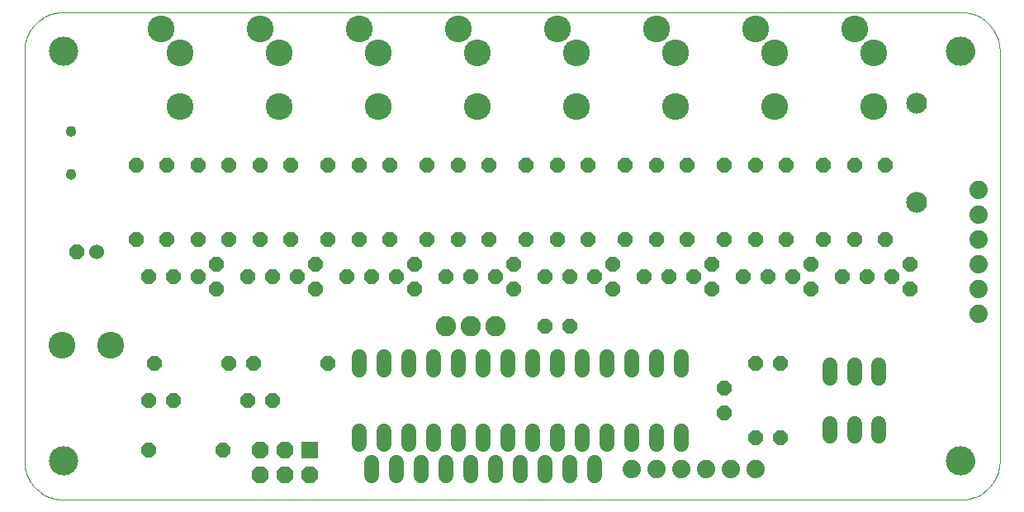
<source format=gbs>
G75*
G70*
%OFA0B0*%
%FSLAX24Y24*%
%IPPOS*%
%LPD*%
%AMOC8*
5,1,8,0,0,1.08239X$1,22.5*
%
%ADD10C,0.0000*%
%ADD11C,0.1084*%
%ADD12OC8,0.0600*%
%ADD13C,0.1182*%
%ADD14C,0.0600*%
%ADD15C,0.0740*%
%ADD16C,0.0434*%
%ADD17C,0.0600*%
%ADD18C,0.1080*%
%ADD19C,0.0820*%
%ADD20C,0.0840*%
%ADD21R,0.0680X0.0680*%
%ADD22OC8,0.0680*%
D10*
X002240Y000665D02*
X038460Y000665D01*
X037909Y002240D02*
X037911Y002287D01*
X037917Y002333D01*
X037927Y002379D01*
X037940Y002424D01*
X037958Y002467D01*
X037979Y002509D01*
X038003Y002549D01*
X038031Y002586D01*
X038062Y002621D01*
X038096Y002654D01*
X038132Y002683D01*
X038171Y002709D01*
X038212Y002732D01*
X038255Y002751D01*
X038299Y002767D01*
X038344Y002779D01*
X038390Y002787D01*
X038437Y002791D01*
X038483Y002791D01*
X038530Y002787D01*
X038576Y002779D01*
X038621Y002767D01*
X038665Y002751D01*
X038708Y002732D01*
X038749Y002709D01*
X038788Y002683D01*
X038824Y002654D01*
X038858Y002621D01*
X038889Y002586D01*
X038917Y002549D01*
X038941Y002509D01*
X038962Y002467D01*
X038980Y002424D01*
X038993Y002379D01*
X039003Y002333D01*
X039009Y002287D01*
X039011Y002240D01*
X039009Y002193D01*
X039003Y002147D01*
X038993Y002101D01*
X038980Y002056D01*
X038962Y002013D01*
X038941Y001971D01*
X038917Y001931D01*
X038889Y001894D01*
X038858Y001859D01*
X038824Y001826D01*
X038788Y001797D01*
X038749Y001771D01*
X038708Y001748D01*
X038665Y001729D01*
X038621Y001713D01*
X038576Y001701D01*
X038530Y001693D01*
X038483Y001689D01*
X038437Y001689D01*
X038390Y001693D01*
X038344Y001701D01*
X038299Y001713D01*
X038255Y001729D01*
X038212Y001748D01*
X038171Y001771D01*
X038132Y001797D01*
X038096Y001826D01*
X038062Y001859D01*
X038031Y001894D01*
X038003Y001931D01*
X037979Y001971D01*
X037958Y002013D01*
X037940Y002056D01*
X037927Y002101D01*
X037917Y002147D01*
X037911Y002193D01*
X037909Y002240D01*
X038460Y000665D02*
X038537Y000667D01*
X038614Y000673D01*
X038691Y000682D01*
X038767Y000695D01*
X038843Y000712D01*
X038917Y000733D01*
X038991Y000757D01*
X039063Y000785D01*
X039133Y000816D01*
X039202Y000851D01*
X039270Y000889D01*
X039335Y000930D01*
X039398Y000975D01*
X039459Y001023D01*
X039518Y001073D01*
X039574Y001126D01*
X039627Y001182D01*
X039677Y001241D01*
X039725Y001302D01*
X039770Y001365D01*
X039811Y001430D01*
X039849Y001498D01*
X039884Y001567D01*
X039915Y001637D01*
X039943Y001709D01*
X039967Y001783D01*
X039988Y001857D01*
X040005Y001933D01*
X040018Y002009D01*
X040027Y002086D01*
X040033Y002163D01*
X040035Y002240D01*
X040035Y018775D01*
X037909Y018775D02*
X037911Y018822D01*
X037917Y018868D01*
X037927Y018914D01*
X037940Y018959D01*
X037958Y019002D01*
X037979Y019044D01*
X038003Y019084D01*
X038031Y019121D01*
X038062Y019156D01*
X038096Y019189D01*
X038132Y019218D01*
X038171Y019244D01*
X038212Y019267D01*
X038255Y019286D01*
X038299Y019302D01*
X038344Y019314D01*
X038390Y019322D01*
X038437Y019326D01*
X038483Y019326D01*
X038530Y019322D01*
X038576Y019314D01*
X038621Y019302D01*
X038665Y019286D01*
X038708Y019267D01*
X038749Y019244D01*
X038788Y019218D01*
X038824Y019189D01*
X038858Y019156D01*
X038889Y019121D01*
X038917Y019084D01*
X038941Y019044D01*
X038962Y019002D01*
X038980Y018959D01*
X038993Y018914D01*
X039003Y018868D01*
X039009Y018822D01*
X039011Y018775D01*
X039009Y018728D01*
X039003Y018682D01*
X038993Y018636D01*
X038980Y018591D01*
X038962Y018548D01*
X038941Y018506D01*
X038917Y018466D01*
X038889Y018429D01*
X038858Y018394D01*
X038824Y018361D01*
X038788Y018332D01*
X038749Y018306D01*
X038708Y018283D01*
X038665Y018264D01*
X038621Y018248D01*
X038576Y018236D01*
X038530Y018228D01*
X038483Y018224D01*
X038437Y018224D01*
X038390Y018228D01*
X038344Y018236D01*
X038299Y018248D01*
X038255Y018264D01*
X038212Y018283D01*
X038171Y018306D01*
X038132Y018332D01*
X038096Y018361D01*
X038062Y018394D01*
X038031Y018429D01*
X038003Y018466D01*
X037979Y018506D01*
X037958Y018548D01*
X037940Y018591D01*
X037927Y018636D01*
X037917Y018682D01*
X037911Y018728D01*
X037909Y018775D01*
X038460Y020350D02*
X038537Y020348D01*
X038614Y020342D01*
X038691Y020333D01*
X038767Y020320D01*
X038843Y020303D01*
X038917Y020282D01*
X038991Y020258D01*
X039063Y020230D01*
X039133Y020199D01*
X039202Y020164D01*
X039270Y020126D01*
X039335Y020085D01*
X039398Y020040D01*
X039459Y019992D01*
X039518Y019942D01*
X039574Y019889D01*
X039627Y019833D01*
X039677Y019774D01*
X039725Y019713D01*
X039770Y019650D01*
X039811Y019585D01*
X039849Y019517D01*
X039884Y019448D01*
X039915Y019378D01*
X039943Y019306D01*
X039967Y019232D01*
X039988Y019158D01*
X040005Y019082D01*
X040018Y019006D01*
X040027Y018929D01*
X040033Y018852D01*
X040035Y018775D01*
X038460Y020350D02*
X002240Y020350D01*
X001689Y018775D02*
X001691Y018822D01*
X001697Y018868D01*
X001707Y018914D01*
X001720Y018959D01*
X001738Y019002D01*
X001759Y019044D01*
X001783Y019084D01*
X001811Y019121D01*
X001842Y019156D01*
X001876Y019189D01*
X001912Y019218D01*
X001951Y019244D01*
X001992Y019267D01*
X002035Y019286D01*
X002079Y019302D01*
X002124Y019314D01*
X002170Y019322D01*
X002217Y019326D01*
X002263Y019326D01*
X002310Y019322D01*
X002356Y019314D01*
X002401Y019302D01*
X002445Y019286D01*
X002488Y019267D01*
X002529Y019244D01*
X002568Y019218D01*
X002604Y019189D01*
X002638Y019156D01*
X002669Y019121D01*
X002697Y019084D01*
X002721Y019044D01*
X002742Y019002D01*
X002760Y018959D01*
X002773Y018914D01*
X002783Y018868D01*
X002789Y018822D01*
X002791Y018775D01*
X002789Y018728D01*
X002783Y018682D01*
X002773Y018636D01*
X002760Y018591D01*
X002742Y018548D01*
X002721Y018506D01*
X002697Y018466D01*
X002669Y018429D01*
X002638Y018394D01*
X002604Y018361D01*
X002568Y018332D01*
X002529Y018306D01*
X002488Y018283D01*
X002445Y018264D01*
X002401Y018248D01*
X002356Y018236D01*
X002310Y018228D01*
X002263Y018224D01*
X002217Y018224D01*
X002170Y018228D01*
X002124Y018236D01*
X002079Y018248D01*
X002035Y018264D01*
X001992Y018283D01*
X001951Y018306D01*
X001912Y018332D01*
X001876Y018361D01*
X001842Y018394D01*
X001811Y018429D01*
X001783Y018466D01*
X001759Y018506D01*
X001738Y018548D01*
X001720Y018591D01*
X001707Y018636D01*
X001697Y018682D01*
X001691Y018728D01*
X001689Y018775D01*
X000665Y018775D02*
X000667Y018852D01*
X000673Y018929D01*
X000682Y019006D01*
X000695Y019082D01*
X000712Y019158D01*
X000733Y019232D01*
X000757Y019306D01*
X000785Y019378D01*
X000816Y019448D01*
X000851Y019517D01*
X000889Y019585D01*
X000930Y019650D01*
X000975Y019713D01*
X001023Y019774D01*
X001073Y019833D01*
X001126Y019889D01*
X001182Y019942D01*
X001241Y019992D01*
X001302Y020040D01*
X001365Y020085D01*
X001430Y020126D01*
X001498Y020164D01*
X001567Y020199D01*
X001637Y020230D01*
X001709Y020258D01*
X001783Y020282D01*
X001857Y020303D01*
X001933Y020320D01*
X002009Y020333D01*
X002086Y020342D01*
X002163Y020348D01*
X002240Y020350D01*
X000665Y018775D02*
X000665Y002240D01*
X001689Y002240D02*
X001691Y002287D01*
X001697Y002333D01*
X001707Y002379D01*
X001720Y002424D01*
X001738Y002467D01*
X001759Y002509D01*
X001783Y002549D01*
X001811Y002586D01*
X001842Y002621D01*
X001876Y002654D01*
X001912Y002683D01*
X001951Y002709D01*
X001992Y002732D01*
X002035Y002751D01*
X002079Y002767D01*
X002124Y002779D01*
X002170Y002787D01*
X002217Y002791D01*
X002263Y002791D01*
X002310Y002787D01*
X002356Y002779D01*
X002401Y002767D01*
X002445Y002751D01*
X002488Y002732D01*
X002529Y002709D01*
X002568Y002683D01*
X002604Y002654D01*
X002638Y002621D01*
X002669Y002586D01*
X002697Y002549D01*
X002721Y002509D01*
X002742Y002467D01*
X002760Y002424D01*
X002773Y002379D01*
X002783Y002333D01*
X002789Y002287D01*
X002791Y002240D01*
X002789Y002193D01*
X002783Y002147D01*
X002773Y002101D01*
X002760Y002056D01*
X002742Y002013D01*
X002721Y001971D01*
X002697Y001931D01*
X002669Y001894D01*
X002638Y001859D01*
X002604Y001826D01*
X002568Y001797D01*
X002529Y001771D01*
X002488Y001748D01*
X002445Y001729D01*
X002401Y001713D01*
X002356Y001701D01*
X002310Y001693D01*
X002263Y001689D01*
X002217Y001689D01*
X002170Y001693D01*
X002124Y001701D01*
X002079Y001713D01*
X002035Y001729D01*
X001992Y001748D01*
X001951Y001771D01*
X001912Y001797D01*
X001876Y001826D01*
X001842Y001859D01*
X001811Y001894D01*
X001783Y001931D01*
X001759Y001971D01*
X001738Y002013D01*
X001720Y002056D01*
X001707Y002101D01*
X001697Y002147D01*
X001691Y002193D01*
X001689Y002240D01*
X000665Y002240D02*
X000667Y002163D01*
X000673Y002086D01*
X000682Y002009D01*
X000695Y001933D01*
X000712Y001857D01*
X000733Y001783D01*
X000757Y001709D01*
X000785Y001637D01*
X000816Y001567D01*
X000851Y001498D01*
X000889Y001430D01*
X000930Y001365D01*
X000975Y001302D01*
X001023Y001241D01*
X001073Y001182D01*
X001126Y001126D01*
X001182Y001073D01*
X001241Y001023D01*
X001302Y000975D01*
X001365Y000930D01*
X001430Y000889D01*
X001498Y000851D01*
X001567Y000816D01*
X001637Y000785D01*
X001709Y000757D01*
X001783Y000733D01*
X001857Y000712D01*
X001933Y000695D01*
X002009Y000682D01*
X002086Y000673D01*
X002163Y000667D01*
X002240Y000665D01*
X002355Y013799D02*
X002357Y013825D01*
X002363Y013851D01*
X002373Y013876D01*
X002386Y013899D01*
X002402Y013919D01*
X002422Y013937D01*
X002444Y013952D01*
X002467Y013964D01*
X002493Y013972D01*
X002519Y013976D01*
X002545Y013976D01*
X002571Y013972D01*
X002597Y013964D01*
X002621Y013952D01*
X002642Y013937D01*
X002662Y013919D01*
X002678Y013899D01*
X002691Y013876D01*
X002701Y013851D01*
X002707Y013825D01*
X002709Y013799D01*
X002707Y013773D01*
X002701Y013747D01*
X002691Y013722D01*
X002678Y013699D01*
X002662Y013679D01*
X002642Y013661D01*
X002620Y013646D01*
X002597Y013634D01*
X002571Y013626D01*
X002545Y013622D01*
X002519Y013622D01*
X002493Y013626D01*
X002467Y013634D01*
X002443Y013646D01*
X002422Y013661D01*
X002402Y013679D01*
X002386Y013699D01*
X002373Y013722D01*
X002363Y013747D01*
X002357Y013773D01*
X002355Y013799D01*
X002355Y015531D02*
X002357Y015557D01*
X002363Y015583D01*
X002373Y015608D01*
X002386Y015631D01*
X002402Y015651D01*
X002422Y015669D01*
X002444Y015684D01*
X002467Y015696D01*
X002493Y015704D01*
X002519Y015708D01*
X002545Y015708D01*
X002571Y015704D01*
X002597Y015696D01*
X002621Y015684D01*
X002642Y015669D01*
X002662Y015651D01*
X002678Y015631D01*
X002691Y015608D01*
X002701Y015583D01*
X002707Y015557D01*
X002709Y015531D01*
X002707Y015505D01*
X002701Y015479D01*
X002691Y015454D01*
X002678Y015431D01*
X002662Y015411D01*
X002642Y015393D01*
X002620Y015378D01*
X002597Y015366D01*
X002571Y015358D01*
X002545Y015354D01*
X002519Y015354D01*
X002493Y015358D01*
X002467Y015366D01*
X002443Y015378D01*
X002422Y015393D01*
X002402Y015411D01*
X002386Y015431D01*
X002373Y015454D01*
X002363Y015479D01*
X002357Y015505D01*
X002355Y015531D01*
D11*
X006953Y016555D03*
X006953Y018720D03*
X006165Y019665D03*
X010165Y019665D03*
X010953Y018720D03*
X014165Y019665D03*
X014953Y018720D03*
X018165Y019665D03*
X018953Y018720D03*
X022165Y019665D03*
X022953Y018720D03*
X026165Y019665D03*
X026953Y018720D03*
X030165Y019665D03*
X030953Y018720D03*
X034165Y019665D03*
X034953Y018720D03*
X034953Y016555D03*
X030953Y016555D03*
X026953Y016555D03*
X022953Y016555D03*
X018953Y016555D03*
X014953Y016555D03*
X010953Y016555D03*
D12*
X011415Y014165D03*
X010165Y014165D03*
X008915Y014165D03*
X007665Y014165D03*
X006415Y014165D03*
X005165Y014165D03*
X005165Y011165D03*
X006415Y011165D03*
X007665Y011165D03*
X008915Y011165D03*
X010165Y011165D03*
X011415Y011165D03*
X012915Y011165D03*
X014165Y011165D03*
X015415Y011165D03*
X016915Y011165D03*
X018165Y011165D03*
X019415Y011165D03*
X020915Y011165D03*
X022165Y011165D03*
X023415Y011165D03*
X024915Y011165D03*
X026165Y011165D03*
X027415Y011165D03*
X028915Y011165D03*
X030165Y011165D03*
X031415Y011165D03*
X032915Y011165D03*
X034165Y011165D03*
X035415Y011165D03*
X036415Y010165D03*
X035665Y009665D03*
X036415Y009165D03*
X034665Y009665D03*
X033665Y009665D03*
X032415Y009165D03*
X031665Y009665D03*
X032415Y010165D03*
X030665Y009665D03*
X029665Y009665D03*
X028415Y009165D03*
X027665Y009665D03*
X028415Y010165D03*
X026665Y009665D03*
X025665Y009665D03*
X024415Y009165D03*
X023665Y009665D03*
X024415Y010165D03*
X022665Y009665D03*
X021665Y009665D03*
X020415Y009165D03*
X019665Y009665D03*
X020415Y010165D03*
X018665Y009665D03*
X017665Y009665D03*
X016415Y009165D03*
X015665Y009665D03*
X016415Y010165D03*
X014665Y009665D03*
X013665Y009665D03*
X012415Y009165D03*
X011665Y009665D03*
X012415Y010165D03*
X010665Y009665D03*
X009665Y009665D03*
X008415Y009165D03*
X007665Y009665D03*
X008415Y010165D03*
X006665Y009665D03*
X005665Y009665D03*
X002765Y010665D03*
X005915Y006165D03*
X005665Y004665D03*
X006665Y004665D03*
X008915Y006165D03*
X009915Y006165D03*
X009665Y004665D03*
X010665Y004665D03*
X012915Y006165D03*
X008665Y002665D03*
X005665Y002665D03*
X021665Y007665D03*
X022665Y007665D03*
X028915Y005165D03*
X028915Y004165D03*
X030165Y003165D03*
X031165Y003165D03*
X031165Y006165D03*
X030165Y006165D03*
X030165Y014165D03*
X028915Y014165D03*
X027415Y014165D03*
X026165Y014165D03*
X024915Y014165D03*
X023415Y014165D03*
X022165Y014165D03*
X020915Y014165D03*
X019415Y014165D03*
X018165Y014165D03*
X016915Y014165D03*
X015415Y014165D03*
X014165Y014165D03*
X012915Y014165D03*
X031415Y014165D03*
X032915Y014165D03*
X034165Y014165D03*
X035415Y014165D03*
D13*
X038460Y018775D03*
X038460Y002240D03*
X002240Y002240D03*
X002240Y018775D03*
D14*
X014165Y006425D02*
X014165Y005905D01*
X015165Y005905D02*
X015165Y006425D01*
X016165Y006425D02*
X016165Y005905D01*
X017165Y005905D02*
X017165Y006425D01*
X018165Y006425D02*
X018165Y005905D01*
X019165Y005905D02*
X019165Y006425D01*
X020165Y006425D02*
X020165Y005905D01*
X021165Y005905D02*
X021165Y006425D01*
X022165Y006425D02*
X022165Y005905D01*
X023165Y005905D02*
X023165Y006425D01*
X024165Y006425D02*
X024165Y005905D01*
X025165Y005905D02*
X025165Y006425D01*
X026165Y006425D02*
X026165Y005905D01*
X027165Y005905D02*
X027165Y006425D01*
X027165Y003425D02*
X027165Y002905D01*
X026165Y002905D02*
X026165Y003425D01*
X025165Y003425D02*
X025165Y002905D01*
X024165Y002905D02*
X024165Y003425D01*
X023165Y003425D02*
X023165Y002905D01*
X022165Y002905D02*
X022165Y003425D01*
X021165Y003425D02*
X021165Y002905D01*
X020165Y002905D02*
X020165Y003425D01*
X019165Y003425D02*
X019165Y002905D01*
X018165Y002905D02*
X018165Y003425D01*
X017165Y003425D02*
X017165Y002905D01*
X016165Y002905D02*
X016165Y003425D01*
X015165Y003425D02*
X015165Y002905D01*
X014165Y002905D02*
X014165Y003425D01*
X014665Y002175D02*
X014665Y001655D01*
X015665Y001655D02*
X015665Y002175D01*
X016665Y002175D02*
X016665Y001655D01*
X017665Y001655D02*
X017665Y002175D01*
X018665Y002175D02*
X018665Y001655D01*
X019665Y001655D02*
X019665Y002175D01*
X020665Y002175D02*
X020665Y001655D01*
X021665Y001655D02*
X021665Y002175D01*
X022665Y002175D02*
X022665Y001655D01*
X023665Y001655D02*
X023665Y002175D01*
X033185Y003225D02*
X033185Y003745D01*
X034165Y003745D02*
X034165Y003225D01*
X035145Y003225D02*
X035145Y003745D01*
X035145Y005585D02*
X035145Y006105D01*
X034165Y006105D02*
X034165Y005585D01*
X033185Y005585D02*
X033185Y006105D01*
D15*
X039165Y008165D03*
X039165Y009165D03*
X039165Y010165D03*
X039165Y011165D03*
X039165Y012165D03*
X039165Y013165D03*
X030165Y001915D03*
X029165Y001915D03*
X028165Y001915D03*
X027165Y001915D03*
X026165Y001915D03*
X025165Y001915D03*
D16*
X002532Y013799D03*
X002532Y015531D03*
D17*
X003565Y010665D03*
D18*
X004149Y006915D03*
X002181Y006915D03*
D19*
X017665Y007665D03*
X018665Y007665D03*
X019665Y007665D03*
D20*
X036665Y012665D03*
X036665Y016665D03*
D21*
X012165Y002665D03*
D22*
X011165Y002665D03*
X010165Y002665D03*
X010165Y001665D03*
X011165Y001665D03*
X012165Y001665D03*
M02*

</source>
